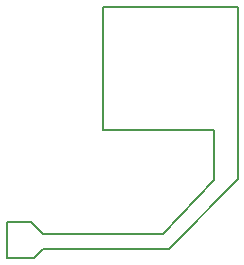
<source format=gm1>
G04 #@! TF.GenerationSoftware,KiCad,Pcbnew,8.0.8*
G04 #@! TF.CreationDate,2025-01-17T19:21:09-08:00*
G04 #@! TF.ProjectId,CA-53W backlight,43412d35-3357-4206-9261-636b6c696768,rev?*
G04 #@! TF.SameCoordinates,Original*
G04 #@! TF.FileFunction,Profile,NP*
%FSLAX46Y46*%
G04 Gerber Fmt 4.6, Leading zero omitted, Abs format (unit mm)*
G04 Created by KiCad (PCBNEW 8.0.8) date 2025-01-17 19:21:09*
%MOMM*%
%LPD*%
G01*
G04 APERTURE LIST*
G04 #@! TA.AperFunction,Profile*
%ADD10C,0.127000*%
G04 #@! TD*
G04 APERTURE END LIST*
D10*
X138000000Y-96250000D02*
X147398000Y-96250000D01*
X138000000Y-85759800D02*
X138000000Y-96250000D01*
X149430000Y-85759800D02*
X138000000Y-85759800D01*
X149430000Y-96250000D02*
X149430000Y-85759800D01*
X143588000Y-106283000D02*
X149430000Y-100364800D01*
X143080000Y-105013000D02*
X147398000Y-100441000D01*
X129872000Y-103997000D02*
X131904000Y-103997000D01*
X129872000Y-107045000D02*
X129872000Y-103997000D01*
X132920000Y-106283000D02*
X143588000Y-106283000D01*
X149430000Y-96250000D02*
X149430000Y-100364800D01*
X132158000Y-107045000D02*
X132920000Y-106283000D01*
X132158000Y-107045000D02*
X129872000Y-107045000D01*
X147398000Y-100441000D02*
X147398000Y-96250000D01*
X132920000Y-105013000D02*
X143080000Y-105013000D01*
X131904000Y-103997000D02*
X132920000Y-105013000D01*
M02*

</source>
